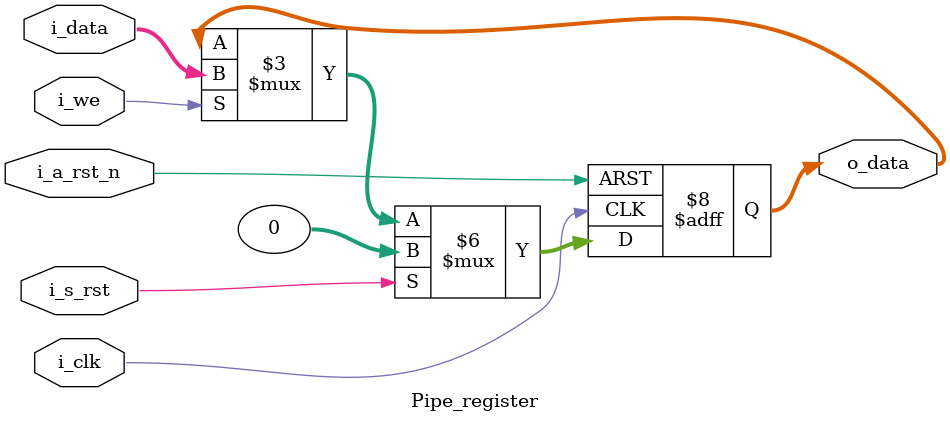
<source format=v>
module Pipe_register( i_clk,
                      i_a_rst_n,
                      i_s_rst,
                      i_we,
                      i_data,
                      o_data
                      );

parameter WIDTH = 32;

input   [WIDTH - 1:0]   i_data;
input                   i_clk, i_we, i_a_rst_n, i_s_rst;
output reg  [WIDTH - 1:0]   o_data;
/////////////////////////////////////

always @(posedge i_clk or negedge i_a_rst_n) begin
  if(!i_a_rst_n)  
      o_data <= 0;
  else if(i_s_rst)
      o_data <= 0;
  else if(i_we)
      o_data <= i_data;
end  
 
endmodule

</source>
